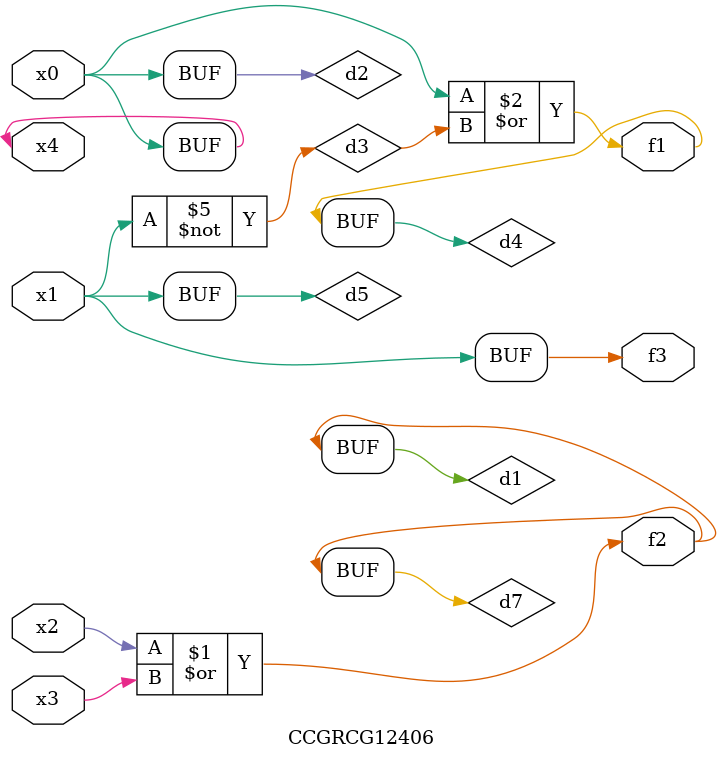
<source format=v>
module CCGRCG12406(
	input x0, x1, x2, x3, x4,
	output f1, f2, f3
);

	wire d1, d2, d3, d4, d5, d6, d7;

	or (d1, x2, x3);
	buf (d2, x0, x4);
	not (d3, x1);
	or (d4, d2, d3);
	not (d5, d3);
	nand (d6, d1, d3);
	or (d7, d1);
	assign f1 = d4;
	assign f2 = d7;
	assign f3 = d5;
endmodule

</source>
